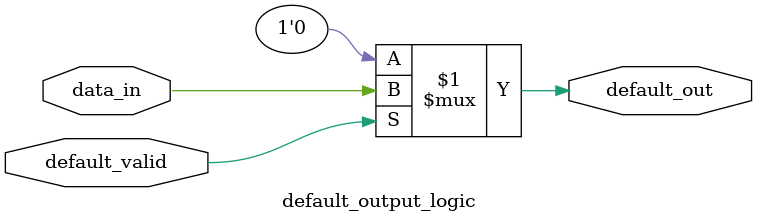
<source format=sv>
module demux_with_default (
    input  wire        data_in,       // Input data
    input  wire [2:0]  sel_addr,      // Selection address
    output wire [6:0]  outputs,       // Normal outputs
    output wire        default_out    // Default output for invalid addresses
);

    wire [6:0] demux_outputs;
    wire       def_out;

    // Instantiate the demux core submodule
    demux_core u_demux_core (
        .data_in       (data_in),
        .sel_addr      (sel_addr),
        .outputs       (demux_outputs),
        .default_valid (def_out)
    );

    // Instantiate the default output logic submodule
    default_output_logic u_default_output_logic (
        .data_in       (data_in),
        .default_valid (def_out),
        .default_out   (default_out)
    );

    assign outputs = demux_outputs;

endmodule

// -----------------------------------------------------------------------------
// Submodule: demux_core
// Function:  Performs 1-to-7 demultiplexing based on sel_addr. Indicates
//            if the address is invalid for default output handling.
// -----------------------------------------------------------------------------
module demux_core (
    input  wire        data_in,
    input  wire [2:0]  sel_addr,
    output reg  [6:0]  outputs,
    output reg         default_valid
);
    always @(*) begin
        outputs = 7'b0;
        default_valid = 1'b0;
        case (sel_addr)
            3'b000: outputs[0] = data_in;
            3'b001: outputs[1] = data_in;
            3'b010: outputs[2] = data_in;
            3'b011: outputs[3] = data_in;
            3'b100: outputs[4] = data_in;
            3'b101: outputs[5] = data_in;
            3'b110: outputs[6] = data_in;
            default: default_valid = 1'b1;
        endcase
    end
endmodule

// -----------------------------------------------------------------------------
// Submodule: default_output_logic
// Function:  Generates the default_out signal when an invalid address is detected
// -----------------------------------------------------------------------------
module default_output_logic (
    input  wire data_in,
    input  wire default_valid,
    output wire default_out
);
    assign default_out = default_valid ? data_in : 1'b0;
endmodule
</source>
